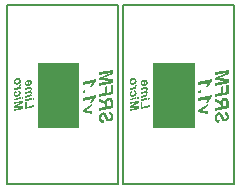
<source format=gbo>
G04 Layer_Color=32896*
%FSLAX44Y44*%
%MOMM*%
G71*
G01*
G75*
%ADD16C,0.2000*%
G36*
X19979Y82157D02*
X20168Y82117D01*
X20328Y82057D01*
X20468Y81987D01*
X20578Y81917D01*
X20648Y81857D01*
X20698Y81817D01*
X20717Y81797D01*
X20837Y81648D01*
X20927Y81478D01*
X20997Y81308D01*
X21037Y81138D01*
X21067Y80989D01*
X21077Y80929D01*
Y80869D01*
X21087Y80819D01*
Y80789D01*
Y80769D01*
Y80759D01*
X21077Y80549D01*
X21047Y80340D01*
X20997Y80150D01*
X20947Y79981D01*
X20887Y79831D01*
X20847Y79731D01*
X20827Y79681D01*
X20807Y79661D01*
X20797Y79641D01*
Y79631D01*
X20687Y79441D01*
X20568Y79272D01*
X20448Y79132D01*
X20338Y79012D01*
X20238Y78922D01*
X20158Y78853D01*
X20108Y78813D01*
X20099Y78803D01*
X20089D01*
X20258Y78763D01*
X20398Y78703D01*
X20528Y78623D01*
X20628Y78553D01*
X20707Y78483D01*
X20767Y78423D01*
X20807Y78393D01*
X20817Y78373D01*
X20907Y78234D01*
X20977Y78074D01*
X21017Y77914D01*
X21057Y77755D01*
X21077Y77615D01*
X21087Y77505D01*
Y77455D01*
Y77425D01*
Y77405D01*
Y77395D01*
X21077Y77225D01*
X21057Y77056D01*
X21007Y76896D01*
X20957Y76736D01*
X20827Y76447D01*
X20757Y76307D01*
X20677Y76187D01*
X20598Y76068D01*
X20528Y75968D01*
X20458Y75878D01*
X20398Y75798D01*
X20348Y75738D01*
X20308Y75698D01*
X20278Y75668D01*
X20268Y75658D01*
X20947Y75798D01*
Y74380D01*
X15387Y73223D01*
Y74720D01*
X17932Y75259D01*
X18052Y75289D01*
X18162Y75309D01*
X18262Y75329D01*
X18352Y75349D01*
X18501Y75389D01*
X18611Y75409D01*
X18691Y75429D01*
X18751Y75449D01*
X18781Y75459D01*
X18791D01*
X18941Y75518D01*
X19070Y75568D01*
X19180Y75628D01*
X19270Y75678D01*
X19350Y75728D01*
X19400Y75768D01*
X19440Y75788D01*
X19450Y75798D01*
X19540Y75878D01*
X19619Y75958D01*
X19689Y76028D01*
X19749Y76108D01*
X19799Y76167D01*
X19829Y76217D01*
X19849Y76247D01*
X19859Y76257D01*
X19909Y76357D01*
X19949Y76447D01*
X19969Y76537D01*
X19989Y76607D01*
X19999Y76677D01*
X20009Y76726D01*
Y76756D01*
Y76766D01*
X19999Y76856D01*
X19989Y76936D01*
X19959Y77006D01*
X19939Y77066D01*
X19909Y77116D01*
X19879Y77146D01*
X19869Y77166D01*
X19859Y77176D01*
X19799Y77225D01*
X19749Y77265D01*
X19679Y77285D01*
X19629Y77305D01*
X19579Y77315D01*
X19540Y77325D01*
X19420D01*
X19310Y77305D01*
X19190Y77285D01*
X19060Y77265D01*
X18941Y77245D01*
X18841Y77225D01*
X18801Y77215D01*
X18781D01*
X18761Y77206D01*
X18751D01*
X15387Y76507D01*
Y78004D01*
X17902Y78533D01*
X18102Y78573D01*
X18282Y78623D01*
X18441Y78663D01*
X18591Y78713D01*
X18731Y78763D01*
X18851Y78803D01*
X18961Y78853D01*
X19060Y78892D01*
X19140Y78932D01*
X19220Y78962D01*
X19280Y79002D01*
X19330Y79032D01*
X19360Y79052D01*
X19390Y79072D01*
X19410Y79082D01*
X19520Y79162D01*
X19609Y79252D01*
X19689Y79342D01*
X19759Y79422D01*
X19819Y79511D01*
X19859Y79591D01*
X19939Y79751D01*
X19979Y79891D01*
X19999Y79991D01*
X20009Y80030D01*
Y80060D01*
Y80080D01*
Y80090D01*
X19999Y80190D01*
X19989Y80270D01*
X19969Y80350D01*
X19939Y80410D01*
X19909Y80450D01*
X19889Y80480D01*
X19879Y80500D01*
X19869Y80510D01*
X19809Y80560D01*
X19749Y80590D01*
X19629Y80629D01*
X19579Y80639D01*
X19540Y80649D01*
X19480D01*
X19440Y80639D01*
X19350Y80619D01*
X19230Y80599D01*
X19110Y80580D01*
X18980Y80549D01*
X18881Y80530D01*
X18841Y80520D01*
X18811D01*
X18791Y80510D01*
X18781D01*
X15387Y79791D01*
Y81288D01*
X18771Y82017D01*
X19021Y82067D01*
X19230Y82107D01*
X19400Y82137D01*
X19540Y82157D01*
X19639Y82167D01*
X19709Y82177D01*
X19769D01*
X19979Y82157D01*
D02*
G37*
G36*
X10008Y79536D02*
X10158Y79506D01*
X10428Y79417D01*
X10657Y79307D01*
X10857Y79197D01*
X10937Y79137D01*
X11007Y79077D01*
X11067Y79027D01*
X11127Y78977D01*
X11166Y78947D01*
X11196Y78917D01*
X11206Y78898D01*
X11216Y78888D01*
X11306Y78778D01*
X11386Y78658D01*
X11456Y78528D01*
X11516Y78398D01*
X11606Y78139D01*
X11676Y77889D01*
X11695Y77769D01*
X11705Y77660D01*
X11716Y77570D01*
X11725Y77480D01*
X11736Y77420D01*
Y77360D01*
Y77330D01*
Y77320D01*
Y77151D01*
X11716Y76991D01*
X11666Y76681D01*
X11586Y76402D01*
X11546Y76272D01*
X11506Y76152D01*
X11456Y76043D01*
X11416Y75953D01*
X11376Y75863D01*
X11336Y75793D01*
X11306Y75743D01*
X11286Y75693D01*
X11276Y75673D01*
X11266Y75663D01*
X11077Y75394D01*
X10867Y75164D01*
X10657Y74974D01*
X10448Y74815D01*
X10268Y74685D01*
X10188Y74635D01*
X10118Y74595D01*
X10068Y74565D01*
X10029Y74545D01*
X9999Y74525D01*
X9989D01*
X9679Y74405D01*
X9380Y74316D01*
X9090Y74246D01*
X8831Y74206D01*
X8711Y74186D01*
X8601Y74176D01*
X8511Y74166D01*
X8431D01*
X8361Y74156D01*
X8272D01*
X8072Y74166D01*
X7882Y74186D01*
X7703Y74216D01*
X7533Y74256D01*
X7373Y74296D01*
X7233Y74356D01*
X7104Y74405D01*
X6984Y74465D01*
X6874Y74525D01*
X6784Y74575D01*
X6704Y74635D01*
X6644Y74675D01*
X6595Y74715D01*
X6555Y74745D01*
X6535Y74765D01*
X6525Y74775D01*
X6415Y74895D01*
X6315Y75024D01*
X6235Y75164D01*
X6165Y75304D01*
X6105Y75444D01*
X6046Y75583D01*
X5976Y75853D01*
X5946Y75973D01*
X5926Y76093D01*
X5916Y76192D01*
X5906Y76282D01*
X5896Y76362D01*
Y76412D01*
Y76452D01*
Y76462D01*
X5906Y76631D01*
X5916Y76801D01*
X5976Y77111D01*
X6056Y77380D01*
X6095Y77510D01*
X6145Y77620D01*
X6195Y77730D01*
X6235Y77819D01*
X6275Y77899D01*
X6315Y77969D01*
X6345Y78019D01*
X6375Y78059D01*
X6385Y78079D01*
X6395Y78089D01*
X6495Y78219D01*
X6605Y78338D01*
X6844Y78558D01*
X7094Y78738D01*
X7333Y78898D01*
X7443Y78957D01*
X7543Y79017D01*
X7643Y79057D01*
X7723Y79097D01*
X7793Y79127D01*
X7842Y79147D01*
X7872Y79167D01*
X7882D01*
X8122Y77710D01*
X7932Y77630D01*
X7772Y77550D01*
X7643Y77460D01*
X7533Y77370D01*
X7443Y77300D01*
X7383Y77241D01*
X7343Y77200D01*
X7333Y77181D01*
X7243Y77051D01*
X7184Y76931D01*
X7134Y76811D01*
X7104Y76701D01*
X7084Y76612D01*
X7074Y76542D01*
Y76502D01*
Y76482D01*
X7084Y76352D01*
X7114Y76232D01*
X7154Y76132D01*
X7204Y76053D01*
X7254Y75983D01*
X7293Y75923D01*
X7323Y75893D01*
X7333Y75883D01*
X7443Y75803D01*
X7563Y75743D01*
X7693Y75703D01*
X7822Y75673D01*
X7932Y75653D01*
X8022Y75643D01*
X8102D01*
X8321Y75653D01*
X8531Y75673D01*
X8741Y75703D01*
X8921Y75743D01*
X9080Y75783D01*
X9150Y75793D01*
X9210Y75813D01*
X9260Y75823D01*
X9290Y75833D01*
X9310Y75843D01*
X9320D01*
X9549Y75923D01*
X9749Y76013D01*
X9919Y76112D01*
X10049Y76202D01*
X10158Y76282D01*
X10238Y76352D01*
X10278Y76392D01*
X10298Y76412D01*
X10408Y76552D01*
X10488Y76701D01*
X10548Y76841D01*
X10588Y76961D01*
X10608Y77071D01*
X10627Y77161D01*
Y77210D01*
Y77231D01*
X10618Y77370D01*
X10588Y77490D01*
X10558Y77590D01*
X10518Y77680D01*
X10468Y77750D01*
X10438Y77800D01*
X10408Y77829D01*
X10398Y77839D01*
X10308Y77919D01*
X10198Y77979D01*
X10088Y78029D01*
X9969Y78069D01*
X9869Y78099D01*
X9789Y78119D01*
X9729Y78129D01*
X9709D01*
X9859Y79556D01*
X10008Y79536D01*
D02*
G37*
G36*
X13712Y72559D02*
X12354Y72279D01*
Y73777D01*
X13712Y74066D01*
Y72559D01*
D02*
G37*
G36*
X11596Y72120D02*
X6036Y70962D01*
Y72459D01*
X11596Y73617D01*
Y72120D01*
D02*
G37*
G36*
X23063Y71885D02*
X21706Y71606D01*
Y73103D01*
X23063Y73392D01*
Y71885D01*
D02*
G37*
G36*
X111712Y68536D02*
X106421Y66130D01*
X111712Y65891D01*
Y63635D01*
X104036Y62038D01*
Y63465D01*
X110444Y64673D01*
X104036Y64962D01*
Y66460D01*
X110404Y69305D01*
X104036Y67977D01*
Y69404D01*
X111712Y70802D01*
Y68536D01*
D02*
G37*
G36*
X114665Y65636D02*
X121063Y66974D01*
Y65387D01*
X113387Y63789D01*
Y69280D01*
X114665Y69549D01*
Y65636D01*
D02*
G37*
G36*
X18891Y88296D02*
X19080Y88276D01*
X19270Y88246D01*
X19440Y88216D01*
X19599Y88166D01*
X19739Y88116D01*
X19869Y88056D01*
X19989Y88006D01*
X20099Y87946D01*
X20188Y87886D01*
X20268Y87837D01*
X20328Y87797D01*
X20378Y87757D01*
X20418Y87727D01*
X20438Y87707D01*
X20448Y87697D01*
X20558Y87577D01*
X20657Y87457D01*
X20747Y87327D01*
X20817Y87188D01*
X20877Y87058D01*
X20927Y86918D01*
X21007Y86669D01*
X21037Y86549D01*
X21057Y86429D01*
X21067Y86339D01*
X21077Y86249D01*
X21087Y86180D01*
Y86130D01*
Y86090D01*
Y86080D01*
X21077Y85790D01*
X21037Y85511D01*
X20977Y85251D01*
X20897Y85022D01*
X20807Y84792D01*
X20707Y84592D01*
X20598Y84413D01*
X20488Y84243D01*
X20368Y84093D01*
X20258Y83973D01*
X20158Y83864D01*
X20069Y83774D01*
X19989Y83704D01*
X19929Y83654D01*
X19889Y83624D01*
X19879Y83614D01*
X19709Y83504D01*
X19530Y83405D01*
X19360Y83325D01*
X19180Y83255D01*
X19010Y83195D01*
X18841Y83135D01*
X18671Y83095D01*
X18521Y83065D01*
X18372Y83035D01*
X18242Y83015D01*
X18122Y83005D01*
X18022Y82995D01*
X17942Y82985D01*
X17833D01*
X17623Y82995D01*
X17413Y83015D01*
X17224Y83045D01*
X17044Y83095D01*
X16884Y83145D01*
X16725Y83205D01*
X16585Y83275D01*
X16455Y83335D01*
X16345Y83405D01*
X16245Y83464D01*
X16156Y83524D01*
X16086Y83574D01*
X16026Y83624D01*
X15986Y83654D01*
X15966Y83674D01*
X15956Y83684D01*
X15836Y83824D01*
X15726Y83963D01*
X15626Y84113D01*
X15547Y84263D01*
X15477Y84413D01*
X15417Y84572D01*
X15377Y84722D01*
X15337Y84862D01*
X15307Y84992D01*
X15287Y85121D01*
X15267Y85231D01*
X15257Y85321D01*
X15247Y85401D01*
Y85461D01*
Y85501D01*
Y85511D01*
X15267Y85810D01*
X15307Y86080D01*
X15377Y86329D01*
X15447Y86549D01*
X15487Y86639D01*
X15517Y86728D01*
X15557Y86798D01*
X15587Y86858D01*
X15606Y86908D01*
X15626Y86948D01*
X15647Y86968D01*
Y86978D01*
X15816Y87218D01*
X16016Y87417D01*
X16215Y87607D01*
X16415Y87757D01*
X16595Y87877D01*
X16675Y87926D01*
X16745Y87966D01*
X16794Y87996D01*
X16834Y88016D01*
X16864Y88036D01*
X16874D01*
X17104Y86689D01*
X16964Y86609D01*
X16844Y86519D01*
X16745Y86419D01*
X16655Y86319D01*
X16575Y86229D01*
X16515Y86130D01*
X16465Y86030D01*
X16425Y85940D01*
X16365Y85770D01*
X16345Y85700D01*
X16335Y85631D01*
Y85581D01*
X16325Y85541D01*
Y85521D01*
Y85511D01*
X16335Y85351D01*
X16375Y85201D01*
X16435Y85071D01*
X16495Y84962D01*
X16555Y84872D01*
X16615Y84802D01*
X16655Y84752D01*
X16665Y84742D01*
X16804Y84632D01*
X16944Y84562D01*
X17094Y84502D01*
X17244Y84463D01*
X17373Y84443D01*
X17473Y84433D01*
X17513Y84423D01*
X17603D01*
X17653Y84433D01*
X17703D01*
Y88196D01*
X17873Y88236D01*
X18032Y88256D01*
X18202Y88276D01*
X18352Y88296D01*
X18481D01*
X18591Y88306D01*
X18681D01*
X18891Y88296D01*
D02*
G37*
G36*
X11626Y84418D02*
X11666Y84288D01*
X11695Y84168D01*
X11716Y84068D01*
X11725Y83978D01*
X11736Y83919D01*
Y83869D01*
Y83859D01*
X11725Y83689D01*
X11686Y83519D01*
X11626Y83359D01*
X11546Y83210D01*
X11456Y83060D01*
X11356Y82910D01*
X11246Y82781D01*
X11136Y82661D01*
X11017Y82551D01*
X10907Y82451D01*
X10807Y82361D01*
X10717Y82291D01*
X10637Y82232D01*
X10577Y82192D01*
X10538Y82162D01*
X10528Y82152D01*
X11596Y82381D01*
Y80974D01*
X6036Y79816D01*
Y81313D01*
X7772Y81673D01*
X7962Y81713D01*
X8142Y81752D01*
X8312Y81792D01*
X8471Y81832D01*
X8611Y81872D01*
X8731Y81912D01*
X8851Y81942D01*
X8950Y81982D01*
X9040Y82012D01*
X9120Y82042D01*
X9180Y82062D01*
X9240Y82082D01*
X9280Y82102D01*
X9310Y82112D01*
X9320Y82122D01*
X9330D01*
X9509Y82212D01*
X9659Y82321D01*
X9799Y82421D01*
X9909Y82521D01*
X9999Y82611D01*
X10068Y82681D01*
X10108Y82731D01*
X10118Y82751D01*
X10218Y82900D01*
X10288Y83040D01*
X10348Y83180D01*
X10378Y83300D01*
X10398Y83399D01*
X10418Y83469D01*
Y83519D01*
Y83539D01*
X10408Y83709D01*
X10398Y83779D01*
X10378Y83849D01*
X10368Y83899D01*
X10348Y83939D01*
X10338Y83968D01*
Y83978D01*
X11566Y84557D01*
X11626Y84418D01*
D02*
G37*
G36*
X9430Y90048D02*
X9629Y90028D01*
X9819Y89998D01*
X9989Y89948D01*
X10148Y89898D01*
X10298Y89838D01*
X10438Y89778D01*
X10568Y89708D01*
X10677Y89648D01*
X10767Y89579D01*
X10857Y89519D01*
X10927Y89469D01*
X10977Y89419D01*
X11017Y89389D01*
X11037Y89369D01*
X11047Y89359D01*
X11166Y89229D01*
X11276Y89079D01*
X11366Y88930D01*
X11446Y88770D01*
X11516Y88610D01*
X11566Y88450D01*
X11616Y88291D01*
X11646Y88141D01*
X11676Y88001D01*
X11695Y87872D01*
X11716Y87752D01*
X11725Y87642D01*
X11736Y87562D01*
Y87492D01*
Y87452D01*
Y87442D01*
X11725Y87183D01*
X11695Y86933D01*
X11646Y86704D01*
X11596Y86484D01*
X11516Y86284D01*
X11446Y86095D01*
X11356Y85925D01*
X11276Y85765D01*
X11186Y85625D01*
X11097Y85506D01*
X11027Y85406D01*
X10957Y85316D01*
X10897Y85246D01*
X10847Y85196D01*
X10817Y85166D01*
X10807Y85156D01*
X10627Y85007D01*
X10438Y84867D01*
X10238Y84757D01*
X10038Y84657D01*
X9829Y84567D01*
X9619Y84497D01*
X9420Y84448D01*
X9230Y84398D01*
X9050Y84358D01*
X8881Y84338D01*
X8731Y84318D01*
X8601Y84298D01*
X8491D01*
X8411Y84288D01*
X8342D01*
X8092Y84298D01*
X7862Y84338D01*
X7653Y84378D01*
X7463Y84438D01*
X7313Y84487D01*
X7254Y84508D01*
X7194Y84537D01*
X7154Y84547D01*
X7124Y84567D01*
X7104Y84577D01*
X7094D01*
X6894Y84707D01*
X6714Y84847D01*
X6565Y84997D01*
X6435Y85146D01*
X6335Y85276D01*
X6265Y85386D01*
X6235Y85426D01*
X6225Y85456D01*
X6205Y85476D01*
Y85486D01*
X6105Y85725D01*
X6026Y85955D01*
X5976Y86194D01*
X5936Y86404D01*
X5916Y86594D01*
X5906Y86674D01*
Y86743D01*
X5896Y86793D01*
Y86843D01*
Y86863D01*
Y86873D01*
X5906Y87143D01*
X5936Y87392D01*
X5986Y87632D01*
X6046Y87851D01*
X6126Y88061D01*
X6205Y88251D01*
X6295Y88420D01*
X6385Y88580D01*
X6475Y88720D01*
X6565Y88840D01*
X6644Y88950D01*
X6724Y89029D01*
X6784Y89099D01*
X6834Y89149D01*
X6864Y89179D01*
X6874Y89189D01*
X7064Y89339D01*
X7263Y89479D01*
X7453Y89588D01*
X7663Y89688D01*
X7852Y89778D01*
X8052Y89848D01*
X8242Y89908D01*
X8421Y89948D01*
X8581Y89988D01*
X8741Y90008D01*
X8871Y90028D01*
X8990Y90048D01*
X9090D01*
X9160Y90058D01*
X9220D01*
X9430Y90048D01*
D02*
G37*
G36*
X20947Y71446D02*
X15387Y70288D01*
Y71785D01*
X20947Y72943D01*
Y71446D01*
D02*
G37*
G36*
X87034Y73391D02*
X87363Y73331D01*
X87663Y73256D01*
X87918Y73182D01*
X88128Y73092D01*
X88278Y73017D01*
X88337Y72987D01*
X88382Y72957D01*
X88397Y72942D01*
X88412D01*
X88667Y72762D01*
X88877Y72567D01*
X89042Y72372D01*
X89177Y72177D01*
X89282Y72013D01*
X89341Y71878D01*
X89387Y71788D01*
X89401Y71773D01*
Y71758D01*
X89491Y71458D01*
X89566Y71128D01*
X89611Y70784D01*
X89656Y70454D01*
X89671Y70154D01*
Y70034D01*
X89686Y69929D01*
Y69825D01*
Y69765D01*
Y69720D01*
Y69705D01*
Y64580D01*
X78162Y62182D01*
Y64550D01*
X82942Y65554D01*
Y66513D01*
X82928Y66812D01*
X82913Y67052D01*
X82868Y67262D01*
X82823Y67427D01*
X82778Y67547D01*
X82748Y67637D01*
X82718Y67682D01*
X82703Y67697D01*
X82628Y67801D01*
X82538Y67906D01*
X82313Y68086D01*
X82058Y68266D01*
X81819Y68416D01*
X81579Y68551D01*
X81474Y68596D01*
X81384Y68641D01*
X81309Y68686D01*
X81249Y68716D01*
X81219Y68731D01*
X81204D01*
X80829Y68896D01*
X80485Y69045D01*
X80155Y69180D01*
X79855Y69300D01*
X79586Y69405D01*
X79331Y69510D01*
X79106Y69600D01*
X78911Y69675D01*
X78731Y69735D01*
X78582Y69795D01*
X78447Y69840D01*
X78342Y69885D01*
X78267Y69914D01*
X78207Y69929D01*
X78177Y69945D01*
X78162D01*
Y72492D01*
X78611Y72312D01*
X79031Y72133D01*
X79421Y71968D01*
X79795Y71803D01*
X80140Y71638D01*
X80440Y71503D01*
X80725Y71368D01*
X80994Y71233D01*
X81219Y71128D01*
X81414Y71024D01*
X81579Y70934D01*
X81714Y70859D01*
X81833Y70799D01*
X81908Y70754D01*
X81953Y70739D01*
X81968Y70724D01*
X82208Y70574D01*
X82418Y70424D01*
X82613Y70274D01*
X82763Y70139D01*
X82882Y70019D01*
X82972Y69929D01*
X83032Y69870D01*
X83047Y69855D01*
X83107Y70184D01*
X83167Y70484D01*
X83242Y70769D01*
X83332Y71024D01*
X83422Y71263D01*
X83527Y71488D01*
X83632Y71683D01*
X83737Y71863D01*
X83827Y72013D01*
X83917Y72147D01*
X84007Y72267D01*
X84081Y72357D01*
X84141Y72432D01*
X84186Y72477D01*
X84216Y72507D01*
X84231Y72522D01*
X84411Y72672D01*
X84606Y72822D01*
X84816Y72927D01*
X85010Y73032D01*
X85220Y73122D01*
X85415Y73197D01*
X85805Y73301D01*
X85985Y73331D01*
X86150Y73361D01*
X86284Y73376D01*
X86419Y73391D01*
X86524Y73406D01*
X86659D01*
X87034Y73391D01*
D02*
G37*
G36*
X66236Y77445D02*
X64063Y77010D01*
Y79243D01*
X66236Y79678D01*
Y77445D01*
D02*
G37*
G36*
X75647Y74163D02*
X75333Y73848D01*
X75033Y73504D01*
X74748Y73159D01*
X74463Y72784D01*
X74209Y72410D01*
X73969Y72035D01*
X73744Y71660D01*
X73534Y71301D01*
X73340Y70971D01*
X73175Y70656D01*
X73025Y70372D01*
X72905Y70132D01*
X72815Y69937D01*
X72740Y69787D01*
X72710Y69727D01*
X72695Y69682D01*
X72680Y69667D01*
Y69652D01*
X70672Y69233D01*
X70732Y69502D01*
X70822Y69787D01*
X70912Y70072D01*
X70987Y70327D01*
X71077Y70536D01*
X71136Y70716D01*
X71167Y70776D01*
X71182Y70821D01*
X71196Y70851D01*
Y70866D01*
X71346Y71211D01*
X71481Y71511D01*
X71631Y71795D01*
X71751Y72035D01*
X71871Y72230D01*
X71961Y72380D01*
X71991Y72425D01*
X72021Y72470D01*
X72036Y72485D01*
Y72500D01*
X64063Y70836D01*
Y73099D01*
X75647Y75527D01*
Y74163D01*
D02*
G37*
G36*
X86689Y61597D02*
X86974Y61537D01*
X87228Y61462D01*
X87468Y61388D01*
X87693Y61283D01*
X87903Y61193D01*
X88098Y61073D01*
X88263Y60968D01*
X88427Y60863D01*
X88562Y60758D01*
X88667Y60653D01*
X88772Y60578D01*
X88847Y60503D01*
X88892Y60443D01*
X88922Y60413D01*
X88937Y60398D01*
X89102Y60174D01*
X89252Y59949D01*
X89387Y59694D01*
X89491Y59439D01*
X89581Y59185D01*
X89656Y58915D01*
X89776Y58405D01*
X89821Y58180D01*
X89851Y57956D01*
X89866Y57761D01*
X89881Y57581D01*
X89896Y57446D01*
Y57341D01*
Y57281D01*
Y57251D01*
X89881Y56892D01*
X89851Y56547D01*
X89806Y56232D01*
X89746Y55933D01*
X89671Y55663D01*
X89581Y55408D01*
X89506Y55183D01*
X89416Y54988D01*
X89312Y54809D01*
X89237Y54644D01*
X89147Y54509D01*
X89072Y54404D01*
X89012Y54314D01*
X88967Y54254D01*
X88937Y54224D01*
X88922Y54209D01*
X88742Y54029D01*
X88547Y53864D01*
X88337Y53730D01*
X88143Y53610D01*
X87933Y53505D01*
X87738Y53415D01*
X87543Y53340D01*
X87363Y53295D01*
X87184Y53250D01*
X87019Y53220D01*
X86869Y53190D01*
X86749Y53175D01*
X86644Y53160D01*
X86509D01*
X86209Y53175D01*
X85925Y53220D01*
X85670Y53265D01*
X85460Y53340D01*
X85280Y53400D01*
X85145Y53445D01*
X85070Y53490D01*
X85041Y53505D01*
X84816Y53655D01*
X84621Y53805D01*
X84456Y53969D01*
X84306Y54134D01*
X84186Y54269D01*
X84111Y54374D01*
X84051Y54449D01*
X84037Y54479D01*
X83961Y54599D01*
X83887Y54749D01*
X83722Y55048D01*
X83557Y55378D01*
X83407Y55693D01*
X83272Y55992D01*
X83212Y56112D01*
X83167Y56217D01*
X83122Y56322D01*
X83092Y56382D01*
X83062Y56427D01*
Y56442D01*
X82957Y56682D01*
X82853Y56907D01*
X82763Y57101D01*
X82688Y57266D01*
X82613Y57416D01*
X82538Y57551D01*
X82478Y57671D01*
X82418Y57776D01*
X82373Y57851D01*
X82328Y57926D01*
X82268Y58031D01*
X82238Y58076D01*
X82223Y58091D01*
X82088Y58240D01*
X81938Y58345D01*
X81789Y58420D01*
X81654Y58465D01*
X81534Y58510D01*
X81444Y58525D01*
X81354D01*
X81144Y58510D01*
X80949Y58450D01*
X80770Y58360D01*
X80620Y58270D01*
X80500Y58165D01*
X80410Y58091D01*
X80350Y58031D01*
X80335Y58001D01*
X80260Y57896D01*
X80200Y57776D01*
X80095Y57521D01*
X80035Y57236D01*
X79975Y56952D01*
X79945Y56712D01*
Y56592D01*
X79930Y56502D01*
Y56412D01*
Y56352D01*
Y56322D01*
Y56307D01*
Y56052D01*
X79960Y55828D01*
X79990Y55618D01*
X80020Y55423D01*
X80065Y55243D01*
X80125Y55093D01*
X80170Y54943D01*
X80230Y54824D01*
X80290Y54719D01*
X80335Y54629D01*
X80395Y54554D01*
X80440Y54494D01*
X80500Y54419D01*
X80530Y54389D01*
X80605Y54329D01*
X80710Y54284D01*
X80919Y54194D01*
X81159Y54134D01*
X81414Y54089D01*
X81639Y54059D01*
X81819Y54044D01*
X81894Y54029D01*
X81998D01*
X81878Y51767D01*
X81459D01*
X81069Y51811D01*
X80725Y51871D01*
X80425Y51946D01*
X80290Y51991D01*
X80170Y52036D01*
X80065Y52066D01*
X79990Y52096D01*
X79915Y52126D01*
X79870Y52156D01*
X79840Y52171D01*
X79825D01*
X79661Y52261D01*
X79511Y52366D01*
X79241Y52606D01*
X79001Y52860D01*
X78806Y53115D01*
X78657Y53340D01*
X78582Y53445D01*
X78537Y53535D01*
X78492Y53610D01*
X78477Y53670D01*
X78447Y53700D01*
Y53715D01*
X78282Y54134D01*
X78162Y54584D01*
X78072Y55019D01*
X78012Y55408D01*
X77997Y55603D01*
X77982Y55768D01*
X77967Y55918D01*
Y56038D01*
X77952Y56142D01*
Y56232D01*
Y56277D01*
Y56292D01*
X77967Y56682D01*
X77997Y57057D01*
X78057Y57401D01*
X78117Y57716D01*
X78207Y58016D01*
X78297Y58300D01*
X78387Y58555D01*
X78492Y58780D01*
X78597Y58975D01*
X78686Y59155D01*
X78776Y59304D01*
X78866Y59424D01*
X78926Y59529D01*
X78986Y59589D01*
X79016Y59634D01*
X79031Y59649D01*
X79241Y59859D01*
X79451Y60054D01*
X79675Y60219D01*
X79900Y60353D01*
X80110Y60473D01*
X80335Y60563D01*
X80545Y60653D01*
X80739Y60713D01*
X80934Y60758D01*
X81099Y60803D01*
X81249Y60833D01*
X81384Y60848D01*
X81489D01*
X81579Y60863D01*
X81639D01*
X81863Y60848D01*
X82088Y60833D01*
X82478Y60728D01*
X82838Y60608D01*
X83122Y60458D01*
X83257Y60368D01*
X83362Y60293D01*
X83452Y60234D01*
X83527Y60174D01*
X83602Y60114D01*
X83647Y60069D01*
X83662Y60054D01*
X83677Y60039D01*
X83782Y59919D01*
X83887Y59769D01*
X84007Y59604D01*
X84111Y59409D01*
X84351Y59005D01*
X84576Y58570D01*
X84681Y58360D01*
X84771Y58165D01*
X84861Y57986D01*
X84921Y57821D01*
X84981Y57701D01*
X85026Y57596D01*
X85056Y57536D01*
X85070Y57506D01*
X85175Y57266D01*
X85280Y57057D01*
X85370Y56862D01*
X85445Y56682D01*
X85535Y56532D01*
X85610Y56382D01*
X85670Y56262D01*
X85730Y56157D01*
X85790Y56068D01*
X85835Y55992D01*
X85910Y55873D01*
X85955Y55813D01*
X85970Y55798D01*
X86104Y55678D01*
X86239Y55588D01*
X86374Y55513D01*
X86509Y55468D01*
X86614Y55438D01*
X86719Y55423D01*
X86794D01*
X86989Y55438D01*
X87154Y55483D01*
X87303Y55558D01*
X87423Y55633D01*
X87528Y55708D01*
X87603Y55783D01*
X87648Y55828D01*
X87663Y55843D01*
X87783Y56023D01*
X87873Y56232D01*
X87933Y56472D01*
X87978Y56697D01*
X88008Y56907D01*
X88023Y57071D01*
Y57147D01*
Y57191D01*
Y57221D01*
Y57236D01*
X88008Y57596D01*
X87948Y57896D01*
X87888Y58151D01*
X87798Y58375D01*
X87723Y58540D01*
X87648Y58660D01*
X87588Y58720D01*
X87573Y58750D01*
X87393Y58930D01*
X87198Y59065D01*
X86989Y59170D01*
X86779Y59244D01*
X86599Y59289D01*
X86449Y59334D01*
X86389D01*
X86344Y59349D01*
X86314D01*
X86404Y61627D01*
X86689Y61597D01*
D02*
G37*
G36*
X72410Y65891D02*
X68889Y63808D01*
X68844Y63778D01*
X68784Y63748D01*
X68634Y63673D01*
X68469Y63583D01*
X68274Y63478D01*
X68094Y63388D01*
X67944Y63298D01*
X67899Y63268D01*
X67855Y63238D01*
X67825Y63223D01*
X67810D01*
X67660Y63133D01*
X67510Y63058D01*
X67390Y62998D01*
X67285Y62939D01*
X67105Y62834D01*
X66970Y62774D01*
X66895Y62714D01*
X66835Y62684D01*
X66806Y62669D01*
X66911Y62654D01*
X67030Y62639D01*
X67165Y62624D01*
X67315Y62609D01*
X67645Y62564D01*
X67975Y62504D01*
X68274Y62459D01*
X68409Y62444D01*
X68529Y62429D01*
X68634Y62414D01*
X68709Y62399D01*
X68754Y62384D01*
X68769D01*
X72410Y61800D01*
Y59582D01*
X64063Y61245D01*
Y63193D01*
X72410Y68334D01*
Y65891D01*
D02*
G37*
G36*
X13712Y68536D02*
X8421Y66130D01*
X13712Y65891D01*
Y63635D01*
X6036Y62038D01*
Y63465D01*
X12444Y64673D01*
X6036Y64962D01*
Y66460D01*
X12404Y69305D01*
X6036Y67977D01*
Y69404D01*
X13712Y70802D01*
Y68536D01*
D02*
G37*
G36*
X16665Y65636D02*
X23063Y66974D01*
Y65387D01*
X15387Y63789D01*
Y69280D01*
X16665Y69549D01*
Y65636D01*
D02*
G37*
G36*
X89686Y93353D02*
X81744Y89741D01*
X89686Y89381D01*
Y85995D01*
X78162Y83597D01*
Y85740D01*
X87783Y87553D01*
X78162Y87988D01*
Y90236D01*
X87723Y94507D01*
X78162Y92513D01*
Y94656D01*
X89686Y96755D01*
Y93353D01*
D02*
G37*
G36*
Y76134D02*
X78162Y73736D01*
Y76104D01*
X83077Y77123D01*
Y82698D01*
X84996Y83102D01*
Y77527D01*
X87768Y78112D01*
Y83792D01*
X89686Y84196D01*
Y76134D01*
D02*
G37*
G36*
X75647Y87576D02*
X75333Y87261D01*
X75033Y86916D01*
X74748Y86572D01*
X74463Y86197D01*
X74209Y85822D01*
X73969Y85448D01*
X73744Y85073D01*
X73534Y84713D01*
X73340Y84383D01*
X73175Y84069D01*
X73025Y83784D01*
X72905Y83544D01*
X72815Y83350D01*
X72740Y83200D01*
X72710Y83140D01*
X72695Y83095D01*
X72680Y83080D01*
Y83065D01*
X70672Y82645D01*
X70732Y82915D01*
X70822Y83200D01*
X70912Y83484D01*
X70987Y83739D01*
X71077Y83949D01*
X71136Y84129D01*
X71167Y84189D01*
X71182Y84234D01*
X71196Y84264D01*
Y84279D01*
X71346Y84623D01*
X71481Y84923D01*
X71631Y85208D01*
X71751Y85448D01*
X71871Y85642D01*
X71961Y85792D01*
X71991Y85837D01*
X72021Y85882D01*
X72036Y85897D01*
Y85912D01*
X64063Y84249D01*
Y86511D01*
X75647Y88939D01*
Y87576D01*
D02*
G37*
G36*
X118947Y71446D02*
X113387Y70288D01*
Y71785D01*
X118947Y72943D01*
Y71446D01*
D02*
G37*
G36*
X184689Y61597D02*
X184974Y61537D01*
X185228Y61462D01*
X185468Y61388D01*
X185693Y61283D01*
X185903Y61193D01*
X186098Y61073D01*
X186262Y60968D01*
X186427Y60863D01*
X186562Y60758D01*
X186667Y60653D01*
X186772Y60578D01*
X186847Y60503D01*
X186892Y60443D01*
X186922Y60413D01*
X186937Y60399D01*
X187102Y60174D01*
X187251Y59949D01*
X187386Y59694D01*
X187491Y59439D01*
X187581Y59185D01*
X187656Y58915D01*
X187776Y58405D01*
X187821Y58181D01*
X187851Y57956D01*
X187866Y57761D01*
X187881Y57581D01*
X187896Y57446D01*
Y57341D01*
Y57281D01*
Y57251D01*
X187881Y56892D01*
X187851Y56547D01*
X187806Y56232D01*
X187746Y55933D01*
X187671Y55663D01*
X187581Y55408D01*
X187506Y55183D01*
X187416Y54988D01*
X187311Y54809D01*
X187236Y54644D01*
X187147Y54509D01*
X187072Y54404D01*
X187012Y54314D01*
X186967Y54254D01*
X186937Y54224D01*
X186922Y54209D01*
X186742Y54029D01*
X186547Y53865D01*
X186337Y53730D01*
X186143Y53610D01*
X185933Y53505D01*
X185738Y53415D01*
X185543Y53340D01*
X185363Y53295D01*
X185183Y53250D01*
X185019Y53220D01*
X184869Y53190D01*
X184749Y53175D01*
X184644Y53160D01*
X184509D01*
X184209Y53175D01*
X183925Y53220D01*
X183670Y53265D01*
X183460Y53340D01*
X183280Y53400D01*
X183145Y53445D01*
X183070Y53490D01*
X183040Y53505D01*
X182816Y53655D01*
X182621Y53805D01*
X182456Y53969D01*
X182306Y54134D01*
X182186Y54269D01*
X182111Y54374D01*
X182051Y54449D01*
X182036Y54479D01*
X181961Y54599D01*
X181887Y54749D01*
X181722Y55048D01*
X181557Y55378D01*
X181407Y55693D01*
X181272Y55993D01*
X181212Y56112D01*
X181167Y56217D01*
X181122Y56322D01*
X181092Y56382D01*
X181062Y56427D01*
Y56442D01*
X180957Y56682D01*
X180852Y56907D01*
X180763Y57102D01*
X180688Y57266D01*
X180613Y57416D01*
X180538Y57551D01*
X180478Y57671D01*
X180418Y57776D01*
X180373Y57851D01*
X180328Y57926D01*
X180268Y58031D01*
X180238Y58076D01*
X180223Y58091D01*
X180088Y58240D01*
X179938Y58345D01*
X179788Y58420D01*
X179654Y58465D01*
X179534Y58510D01*
X179444Y58525D01*
X179354D01*
X179144Y58510D01*
X178949Y58450D01*
X178769Y58360D01*
X178619Y58271D01*
X178500Y58166D01*
X178410Y58091D01*
X178350Y58031D01*
X178335Y58001D01*
X178260Y57896D01*
X178200Y57776D01*
X178095Y57521D01*
X178035Y57236D01*
X177975Y56952D01*
X177945Y56712D01*
Y56592D01*
X177930Y56502D01*
Y56412D01*
Y56352D01*
Y56322D01*
Y56307D01*
Y56052D01*
X177960Y55828D01*
X177990Y55618D01*
X178020Y55423D01*
X178065Y55243D01*
X178125Y55093D01*
X178170Y54944D01*
X178230Y54824D01*
X178290Y54719D01*
X178335Y54629D01*
X178395Y54554D01*
X178440Y54494D01*
X178500Y54419D01*
X178530Y54389D01*
X178605Y54329D01*
X178709Y54284D01*
X178919Y54194D01*
X179159Y54134D01*
X179414Y54089D01*
X179639Y54059D01*
X179818Y54044D01*
X179893Y54029D01*
X179998D01*
X179878Y51767D01*
X179459D01*
X179069Y51811D01*
X178724Y51871D01*
X178425Y51946D01*
X178290Y51991D01*
X178170Y52036D01*
X178065Y52066D01*
X177990Y52096D01*
X177915Y52126D01*
X177870Y52156D01*
X177840Y52171D01*
X177825D01*
X177660Y52261D01*
X177511Y52366D01*
X177241Y52606D01*
X177001Y52860D01*
X176806Y53115D01*
X176656Y53340D01*
X176581Y53445D01*
X176537Y53535D01*
X176492Y53610D01*
X176476Y53670D01*
X176447Y53700D01*
Y53715D01*
X176282Y54134D01*
X176162Y54584D01*
X176072Y55019D01*
X176012Y55408D01*
X175997Y55603D01*
X175982Y55768D01*
X175967Y55918D01*
Y56038D01*
X175952Y56143D01*
Y56232D01*
Y56277D01*
Y56292D01*
X175967Y56682D01*
X175997Y57057D01*
X176057Y57401D01*
X176117Y57716D01*
X176207Y58016D01*
X176297Y58300D01*
X176387Y58555D01*
X176492Y58780D01*
X176596Y58975D01*
X176686Y59155D01*
X176776Y59304D01*
X176866Y59424D01*
X176926Y59529D01*
X176986Y59589D01*
X177016Y59634D01*
X177031Y59649D01*
X177241Y59859D01*
X177451Y60054D01*
X177675Y60219D01*
X177900Y60353D01*
X178110Y60473D01*
X178335Y60563D01*
X178545Y60653D01*
X178739Y60713D01*
X178934Y60758D01*
X179099Y60803D01*
X179249Y60833D01*
X179384Y60848D01*
X179489D01*
X179579Y60863D01*
X179639D01*
X179863Y60848D01*
X180088Y60833D01*
X180478Y60728D01*
X180837Y60608D01*
X181122Y60458D01*
X181257Y60368D01*
X181362Y60294D01*
X181452Y60234D01*
X181527Y60174D01*
X181602Y60114D01*
X181647Y60069D01*
X181662Y60054D01*
X181677Y60039D01*
X181782Y59919D01*
X181887Y59769D01*
X182006Y59604D01*
X182111Y59409D01*
X182351Y59005D01*
X182576Y58570D01*
X182681Y58360D01*
X182771Y58166D01*
X182861Y57986D01*
X182920Y57821D01*
X182980Y57701D01*
X183025Y57596D01*
X183055Y57536D01*
X183070Y57506D01*
X183175Y57266D01*
X183280Y57057D01*
X183370Y56862D01*
X183445Y56682D01*
X183535Y56532D01*
X183610Y56382D01*
X183670Y56262D01*
X183730Y56157D01*
X183790Y56068D01*
X183835Y55993D01*
X183910Y55873D01*
X183955Y55813D01*
X183969Y55798D01*
X184104Y55678D01*
X184239Y55588D01*
X184374Y55513D01*
X184509Y55468D01*
X184614Y55438D01*
X184719Y55423D01*
X184794D01*
X184989Y55438D01*
X185153Y55483D01*
X185303Y55558D01*
X185423Y55633D01*
X185528Y55708D01*
X185603Y55783D01*
X185648Y55828D01*
X185663Y55843D01*
X185783Y56023D01*
X185873Y56232D01*
X185933Y56472D01*
X185978Y56697D01*
X186008Y56907D01*
X186023Y57072D01*
Y57147D01*
Y57192D01*
Y57221D01*
Y57236D01*
X186008Y57596D01*
X185948Y57896D01*
X185888Y58151D01*
X185798Y58375D01*
X185723Y58540D01*
X185648Y58660D01*
X185588Y58720D01*
X185573Y58750D01*
X185393Y58930D01*
X185198Y59065D01*
X184989Y59170D01*
X184779Y59245D01*
X184599Y59289D01*
X184449Y59335D01*
X184389D01*
X184344Y59349D01*
X184314D01*
X184404Y61627D01*
X184689Y61597D01*
D02*
G37*
G36*
X170410Y65891D02*
X166889Y63808D01*
X166843Y63778D01*
X166784Y63748D01*
X166634Y63673D01*
X166469Y63583D01*
X166274Y63478D01*
X166094Y63388D01*
X165944Y63298D01*
X165899Y63268D01*
X165854Y63238D01*
X165825Y63223D01*
X165809D01*
X165660Y63133D01*
X165510Y63059D01*
X165390Y62999D01*
X165285Y62939D01*
X165105Y62834D01*
X164970Y62774D01*
X164895Y62714D01*
X164835Y62684D01*
X164805Y62669D01*
X164910Y62654D01*
X165030Y62639D01*
X165165Y62624D01*
X165315Y62609D01*
X165645Y62564D01*
X165974Y62504D01*
X166274Y62459D01*
X166409Y62444D01*
X166529Y62429D01*
X166634Y62414D01*
X166709Y62399D01*
X166754Y62384D01*
X166769D01*
X170410Y61800D01*
Y59582D01*
X162063Y61245D01*
Y63193D01*
X170410Y68334D01*
Y65891D01*
D02*
G37*
G36*
X116891Y88296D02*
X117080Y88276D01*
X117270Y88246D01*
X117440Y88216D01*
X117599Y88166D01*
X117739Y88116D01*
X117869Y88056D01*
X117989Y88006D01*
X118098Y87946D01*
X118188Y87886D01*
X118268Y87837D01*
X118328Y87797D01*
X118378Y87757D01*
X118418Y87727D01*
X118438Y87707D01*
X118448Y87697D01*
X118558Y87577D01*
X118658Y87457D01*
X118747Y87327D01*
X118817Y87188D01*
X118877Y87058D01*
X118927Y86918D01*
X119007Y86669D01*
X119037Y86549D01*
X119057Y86429D01*
X119067Y86339D01*
X119077Y86249D01*
X119087Y86180D01*
Y86130D01*
Y86090D01*
Y86080D01*
X119077Y85790D01*
X119037Y85511D01*
X118977Y85251D01*
X118897Y85021D01*
X118807Y84792D01*
X118707Y84592D01*
X118598Y84413D01*
X118488Y84243D01*
X118368Y84093D01*
X118258Y83973D01*
X118158Y83864D01*
X118069Y83774D01*
X117989Y83704D01*
X117929Y83654D01*
X117889Y83624D01*
X117879Y83614D01*
X117709Y83504D01*
X117529Y83404D01*
X117360Y83325D01*
X117180Y83255D01*
X117010Y83195D01*
X116841Y83135D01*
X116671Y83095D01*
X116521Y83065D01*
X116372Y83035D01*
X116242Y83015D01*
X116122Y83005D01*
X116022Y82995D01*
X115942Y82985D01*
X115833D01*
X115623Y82995D01*
X115413Y83015D01*
X115224Y83045D01*
X115044Y83095D01*
X114884Y83145D01*
X114725Y83205D01*
X114585Y83275D01*
X114455Y83335D01*
X114345Y83404D01*
X114245Y83464D01*
X114156Y83524D01*
X114086Y83574D01*
X114026Y83624D01*
X113986Y83654D01*
X113966Y83674D01*
X113956Y83684D01*
X113836Y83824D01*
X113726Y83963D01*
X113626Y84113D01*
X113547Y84263D01*
X113477Y84413D01*
X113417Y84572D01*
X113377Y84722D01*
X113337Y84862D01*
X113307Y84992D01*
X113287Y85121D01*
X113267Y85231D01*
X113257Y85321D01*
X113247Y85401D01*
Y85461D01*
Y85501D01*
Y85511D01*
X113267Y85810D01*
X113307Y86080D01*
X113377Y86329D01*
X113447Y86549D01*
X113487Y86639D01*
X113517Y86728D01*
X113557Y86798D01*
X113587Y86858D01*
X113607Y86908D01*
X113626Y86948D01*
X113646Y86968D01*
Y86978D01*
X113816Y87218D01*
X114016Y87417D01*
X114215Y87607D01*
X114415Y87757D01*
X114595Y87877D01*
X114675Y87926D01*
X114745Y87966D01*
X114794Y87996D01*
X114834Y88016D01*
X114864Y88036D01*
X114874D01*
X115104Y86689D01*
X114964Y86609D01*
X114844Y86519D01*
X114745Y86419D01*
X114655Y86319D01*
X114575Y86229D01*
X114515Y86130D01*
X114465Y86030D01*
X114425Y85940D01*
X114365Y85770D01*
X114345Y85700D01*
X114335Y85631D01*
Y85581D01*
X114325Y85541D01*
Y85521D01*
Y85511D01*
X114335Y85351D01*
X114375Y85201D01*
X114435Y85071D01*
X114495Y84962D01*
X114555Y84872D01*
X114615Y84802D01*
X114655Y84752D01*
X114665Y84742D01*
X114804Y84632D01*
X114944Y84562D01*
X115094Y84502D01*
X115244Y84462D01*
X115373Y84443D01*
X115473Y84433D01*
X115513Y84423D01*
X115603D01*
X115653Y84433D01*
X115703D01*
Y88196D01*
X115872Y88236D01*
X116032Y88256D01*
X116202Y88276D01*
X116352Y88296D01*
X116481D01*
X116591Y88306D01*
X116681D01*
X116891Y88296D01*
D02*
G37*
G36*
X187686Y93353D02*
X179743Y89741D01*
X187686Y89381D01*
Y85995D01*
X176162Y83597D01*
Y85740D01*
X185783Y87553D01*
X176162Y87988D01*
Y90236D01*
X185723Y94507D01*
X176162Y92514D01*
Y94656D01*
X187686Y96755D01*
Y93353D01*
D02*
G37*
G36*
X173647Y87576D02*
X173333Y87261D01*
X173033Y86916D01*
X172748Y86572D01*
X172463Y86197D01*
X172208Y85822D01*
X171969Y85448D01*
X171744Y85073D01*
X171534Y84713D01*
X171339Y84384D01*
X171175Y84069D01*
X171025Y83784D01*
X170905Y83544D01*
X170815Y83350D01*
X170740Y83200D01*
X170710Y83140D01*
X170695Y83095D01*
X170680Y83080D01*
Y83065D01*
X168672Y82645D01*
X168732Y82915D01*
X168822Y83200D01*
X168912Y83484D01*
X168986Y83739D01*
X169076Y83949D01*
X169136Y84129D01*
X169166Y84189D01*
X169181Y84234D01*
X169196Y84264D01*
Y84279D01*
X169346Y84623D01*
X169481Y84923D01*
X169631Y85208D01*
X169751Y85448D01*
X169871Y85642D01*
X169961Y85792D01*
X169991Y85837D01*
X170021Y85882D01*
X170036Y85897D01*
Y85912D01*
X162063Y84249D01*
Y86512D01*
X173647Y88939D01*
Y87576D01*
D02*
G37*
G36*
X164236Y77445D02*
X162063Y77010D01*
Y79243D01*
X164236Y79678D01*
Y77445D01*
D02*
G37*
G36*
X187686Y76134D02*
X176162Y73736D01*
Y76104D01*
X181077Y77123D01*
Y82698D01*
X182995Y83102D01*
Y77527D01*
X185768Y78112D01*
Y83792D01*
X187686Y84196D01*
Y76134D01*
D02*
G37*
G36*
X173647Y74163D02*
X173333Y73848D01*
X173033Y73504D01*
X172748Y73159D01*
X172463Y72784D01*
X172208Y72410D01*
X171969Y72035D01*
X171744Y71660D01*
X171534Y71301D01*
X171339Y70971D01*
X171175Y70656D01*
X171025Y70372D01*
X170905Y70132D01*
X170815Y69937D01*
X170740Y69787D01*
X170710Y69727D01*
X170695Y69682D01*
X170680Y69667D01*
Y69652D01*
X168672Y69233D01*
X168732Y69503D01*
X168822Y69787D01*
X168912Y70072D01*
X168986Y70327D01*
X169076Y70536D01*
X169136Y70716D01*
X169166Y70776D01*
X169181Y70821D01*
X169196Y70851D01*
Y70866D01*
X169346Y71211D01*
X169481Y71511D01*
X169631Y71795D01*
X169751Y72035D01*
X169871Y72230D01*
X169961Y72380D01*
X169991Y72425D01*
X170021Y72470D01*
X170036Y72485D01*
Y72500D01*
X162063Y70836D01*
Y73099D01*
X173647Y75527D01*
Y74163D01*
D02*
G37*
G36*
X185033Y73391D02*
X185363Y73331D01*
X185663Y73257D01*
X185918Y73182D01*
X186127Y73092D01*
X186277Y73017D01*
X186337Y72987D01*
X186382Y72957D01*
X186397Y72942D01*
X186412D01*
X186667Y72762D01*
X186877Y72567D01*
X187042Y72372D01*
X187176Y72178D01*
X187281Y72013D01*
X187341Y71878D01*
X187386Y71788D01*
X187401Y71773D01*
Y71758D01*
X187491Y71458D01*
X187566Y71129D01*
X187611Y70784D01*
X187656Y70454D01*
X187671Y70154D01*
Y70034D01*
X187686Y69930D01*
Y69825D01*
Y69765D01*
Y69720D01*
Y69705D01*
Y64580D01*
X176162Y62182D01*
Y64550D01*
X180942Y65554D01*
Y66513D01*
X180927Y66813D01*
X180912Y67052D01*
X180867Y67262D01*
X180823Y67427D01*
X180777Y67547D01*
X180748Y67637D01*
X180718Y67682D01*
X180703Y67697D01*
X180628Y67802D01*
X180538Y67906D01*
X180313Y68086D01*
X180058Y68266D01*
X179818Y68416D01*
X179579Y68551D01*
X179474Y68596D01*
X179384Y68641D01*
X179309Y68686D01*
X179249Y68716D01*
X179219Y68731D01*
X179204D01*
X178829Y68896D01*
X178485Y69045D01*
X178155Y69180D01*
X177855Y69300D01*
X177586Y69405D01*
X177331Y69510D01*
X177106Y69600D01*
X176911Y69675D01*
X176731Y69735D01*
X176581Y69795D01*
X176447Y69840D01*
X176342Y69885D01*
X176267Y69915D01*
X176207Y69930D01*
X176177Y69945D01*
X176162D01*
Y72492D01*
X176611Y72312D01*
X177031Y72133D01*
X177421Y71968D01*
X177795Y71803D01*
X178140Y71638D01*
X178440Y71503D01*
X178724Y71368D01*
X178994Y71233D01*
X179219Y71129D01*
X179414Y71024D01*
X179579Y70934D01*
X179713Y70859D01*
X179833Y70799D01*
X179908Y70754D01*
X179953Y70739D01*
X179968Y70724D01*
X180208Y70574D01*
X180418Y70424D01*
X180613Y70274D01*
X180763Y70139D01*
X180882Y70019D01*
X180972Y69930D01*
X181032Y69870D01*
X181047Y69855D01*
X181107Y70184D01*
X181167Y70484D01*
X181242Y70769D01*
X181332Y71024D01*
X181422Y71263D01*
X181527Y71488D01*
X181632Y71683D01*
X181737Y71863D01*
X181826Y72013D01*
X181917Y72147D01*
X182006Y72267D01*
X182081Y72357D01*
X182141Y72432D01*
X182186Y72477D01*
X182216Y72507D01*
X182231Y72522D01*
X182411Y72672D01*
X182606Y72822D01*
X182816Y72927D01*
X183010Y73032D01*
X183220Y73122D01*
X183415Y73197D01*
X183805Y73301D01*
X183985Y73331D01*
X184149Y73361D01*
X184284Y73376D01*
X184419Y73391D01*
X184524Y73406D01*
X184659D01*
X185033Y73391D01*
D02*
G37*
G36*
X61000Y47751D02*
X26000D01*
Y102751D01*
X61000D01*
Y47751D01*
D02*
G37*
G36*
X111712Y72559D02*
X110354Y72279D01*
Y73777D01*
X111712Y74066D01*
Y72559D01*
D02*
G37*
G36*
X159000Y47751D02*
X124000D01*
Y102751D01*
X159000Y102751D01*
Y47751D01*
D02*
G37*
G36*
X109596Y72120D02*
X104036Y70962D01*
Y72459D01*
X109596Y73617D01*
Y72120D01*
D02*
G37*
G36*
X121063Y71885D02*
X119706Y71606D01*
Y73103D01*
X121063Y73392D01*
Y71885D01*
D02*
G37*
G36*
X109626Y84418D02*
X109665Y84288D01*
X109696Y84168D01*
X109715Y84068D01*
X109725Y83978D01*
X109735Y83919D01*
Y83869D01*
Y83859D01*
X109725Y83689D01*
X109685Y83519D01*
X109626Y83359D01*
X109546Y83210D01*
X109456Y83060D01*
X109356Y82910D01*
X109246Y82781D01*
X109136Y82661D01*
X109017Y82551D01*
X108907Y82451D01*
X108807Y82361D01*
X108717Y82291D01*
X108637Y82232D01*
X108577Y82192D01*
X108538Y82162D01*
X108528Y82152D01*
X109596Y82381D01*
Y80974D01*
X104036Y79816D01*
Y81313D01*
X105772Y81672D01*
X105962Y81713D01*
X106142Y81752D01*
X106312Y81792D01*
X106471Y81832D01*
X106611Y81872D01*
X106731Y81912D01*
X106851Y81942D01*
X106950Y81982D01*
X107040Y82012D01*
X107120Y82042D01*
X107180Y82062D01*
X107240Y82082D01*
X107280Y82102D01*
X107310Y82112D01*
X107320Y82122D01*
X107330D01*
X107509Y82212D01*
X107659Y82321D01*
X107799Y82421D01*
X107909Y82521D01*
X107999Y82611D01*
X108068Y82681D01*
X108108Y82731D01*
X108118Y82751D01*
X108218Y82900D01*
X108288Y83040D01*
X108348Y83180D01*
X108378Y83300D01*
X108398Y83399D01*
X108418Y83469D01*
Y83519D01*
Y83539D01*
X108408Y83709D01*
X108398Y83779D01*
X108378Y83849D01*
X108368Y83899D01*
X108348Y83939D01*
X108338Y83968D01*
Y83978D01*
X109566Y84557D01*
X109626Y84418D01*
D02*
G37*
G36*
X107430Y90048D02*
X107629Y90028D01*
X107819Y89998D01*
X107989Y89948D01*
X108148Y89898D01*
X108298Y89838D01*
X108438Y89778D01*
X108567Y89708D01*
X108677Y89648D01*
X108767Y89578D01*
X108857Y89518D01*
X108927Y89469D01*
X108977Y89419D01*
X109017Y89389D01*
X109037Y89369D01*
X109047Y89359D01*
X109166Y89229D01*
X109276Y89079D01*
X109366Y88930D01*
X109446Y88770D01*
X109516Y88610D01*
X109566Y88450D01*
X109616Y88291D01*
X109646Y88141D01*
X109676Y88001D01*
X109696Y87872D01*
X109715Y87752D01*
X109725Y87642D01*
X109735Y87562D01*
Y87492D01*
Y87452D01*
Y87442D01*
X109725Y87183D01*
X109696Y86933D01*
X109646Y86704D01*
X109596Y86484D01*
X109516Y86284D01*
X109446Y86095D01*
X109356Y85925D01*
X109276Y85765D01*
X109186Y85625D01*
X109097Y85506D01*
X109027Y85406D01*
X108957Y85316D01*
X108897Y85246D01*
X108847Y85196D01*
X108817Y85166D01*
X108807Y85156D01*
X108627Y85007D01*
X108438Y84867D01*
X108238Y84757D01*
X108038Y84657D01*
X107829Y84567D01*
X107619Y84497D01*
X107420Y84448D01*
X107230Y84398D01*
X107050Y84358D01*
X106881Y84338D01*
X106731Y84318D01*
X106601Y84298D01*
X106491D01*
X106411Y84288D01*
X106341D01*
X106092Y84298D01*
X105862Y84338D01*
X105653Y84378D01*
X105463Y84438D01*
X105313Y84487D01*
X105253Y84508D01*
X105194Y84537D01*
X105154Y84547D01*
X105124Y84567D01*
X105104Y84577D01*
X105094D01*
X104894Y84707D01*
X104714Y84847D01*
X104565Y84997D01*
X104435Y85146D01*
X104335Y85276D01*
X104265Y85386D01*
X104235Y85426D01*
X104225Y85456D01*
X104205Y85476D01*
Y85486D01*
X104106Y85725D01*
X104026Y85955D01*
X103976Y86194D01*
X103936Y86404D01*
X103916Y86594D01*
X103906Y86674D01*
Y86743D01*
X103896Y86793D01*
Y86843D01*
Y86863D01*
Y86873D01*
X103906Y87143D01*
X103936Y87392D01*
X103986Y87632D01*
X104046Y87851D01*
X104125Y88061D01*
X104205Y88251D01*
X104295Y88420D01*
X104385Y88580D01*
X104475Y88720D01*
X104565Y88840D01*
X104644Y88950D01*
X104724Y89029D01*
X104784Y89099D01*
X104834Y89149D01*
X104864Y89179D01*
X104874Y89189D01*
X105064Y89339D01*
X105263Y89479D01*
X105453Y89588D01*
X105663Y89688D01*
X105852Y89778D01*
X106052Y89848D01*
X106242Y89908D01*
X106421Y89948D01*
X106581Y89988D01*
X106741Y90008D01*
X106870Y90028D01*
X106990Y90048D01*
X107090D01*
X107160Y90058D01*
X107220D01*
X107430Y90048D01*
D02*
G37*
G36*
X117979Y82157D02*
X118168Y82117D01*
X118328Y82057D01*
X118468Y81987D01*
X118578Y81917D01*
X118647Y81857D01*
X118697Y81817D01*
X118717Y81797D01*
X118837Y81648D01*
X118927Y81478D01*
X118997Y81308D01*
X119037Y81138D01*
X119067Y80989D01*
X119077Y80929D01*
Y80869D01*
X119087Y80819D01*
Y80789D01*
Y80769D01*
Y80759D01*
X119077Y80549D01*
X119047Y80340D01*
X118997Y80150D01*
X118947Y79981D01*
X118887Y79831D01*
X118847Y79731D01*
X118827Y79681D01*
X118807Y79661D01*
X118797Y79641D01*
Y79631D01*
X118687Y79441D01*
X118568Y79272D01*
X118448Y79132D01*
X118338Y79012D01*
X118238Y78922D01*
X118158Y78853D01*
X118109Y78813D01*
X118098Y78803D01*
X118089D01*
X118258Y78763D01*
X118398Y78703D01*
X118528Y78623D01*
X118628Y78553D01*
X118707Y78483D01*
X118767Y78423D01*
X118807Y78393D01*
X118817Y78373D01*
X118907Y78234D01*
X118977Y78074D01*
X119017Y77914D01*
X119057Y77755D01*
X119077Y77615D01*
X119087Y77505D01*
Y77455D01*
Y77425D01*
Y77405D01*
Y77395D01*
X119077Y77225D01*
X119057Y77056D01*
X119007Y76896D01*
X118957Y76736D01*
X118827Y76447D01*
X118757Y76307D01*
X118678Y76187D01*
X118598Y76068D01*
X118528Y75968D01*
X118458Y75878D01*
X118398Y75798D01*
X118348Y75738D01*
X118308Y75698D01*
X118278Y75668D01*
X118268Y75658D01*
X118947Y75798D01*
Y74380D01*
X113387Y73223D01*
Y74720D01*
X115932Y75259D01*
X116052Y75289D01*
X116162Y75309D01*
X116262Y75329D01*
X116352Y75349D01*
X116501Y75389D01*
X116611Y75409D01*
X116691Y75429D01*
X116751Y75449D01*
X116781Y75459D01*
X116791D01*
X116941Y75518D01*
X117070Y75568D01*
X117180Y75628D01*
X117270Y75678D01*
X117350Y75728D01*
X117400Y75768D01*
X117440Y75788D01*
X117450Y75798D01*
X117540Y75878D01*
X117619Y75958D01*
X117689Y76028D01*
X117749Y76107D01*
X117799Y76167D01*
X117829Y76217D01*
X117849Y76247D01*
X117859Y76257D01*
X117909Y76357D01*
X117949Y76447D01*
X117969Y76537D01*
X117989Y76607D01*
X117999Y76676D01*
X118009Y76726D01*
Y76756D01*
Y76766D01*
X117999Y76856D01*
X117989Y76936D01*
X117959Y77006D01*
X117939Y77066D01*
X117909Y77116D01*
X117879Y77146D01*
X117869Y77166D01*
X117859Y77175D01*
X117799Y77225D01*
X117749Y77265D01*
X117679Y77285D01*
X117629Y77305D01*
X117579Y77315D01*
X117540Y77325D01*
X117420D01*
X117310Y77305D01*
X117190Y77285D01*
X117060Y77265D01*
X116941Y77245D01*
X116841Y77225D01*
X116801Y77215D01*
X116781D01*
X116761Y77206D01*
X116751D01*
X113387Y76507D01*
Y78004D01*
X115902Y78533D01*
X116102Y78573D01*
X116282Y78623D01*
X116441Y78663D01*
X116591Y78713D01*
X116731Y78763D01*
X116851Y78803D01*
X116960Y78853D01*
X117060Y78892D01*
X117140Y78932D01*
X117220Y78962D01*
X117280Y79002D01*
X117330Y79032D01*
X117360Y79052D01*
X117390Y79072D01*
X117410Y79082D01*
X117520Y79162D01*
X117609Y79252D01*
X117689Y79342D01*
X117759Y79422D01*
X117819Y79511D01*
X117859Y79591D01*
X117939Y79751D01*
X117979Y79891D01*
X117999Y79991D01*
X118009Y80030D01*
Y80060D01*
Y80080D01*
Y80090D01*
X117999Y80190D01*
X117989Y80270D01*
X117969Y80350D01*
X117939Y80410D01*
X117909Y80450D01*
X117889Y80480D01*
X117879Y80500D01*
X117869Y80510D01*
X117809Y80560D01*
X117749Y80590D01*
X117629Y80629D01*
X117579Y80639D01*
X117540Y80649D01*
X117480D01*
X117440Y80639D01*
X117350Y80619D01*
X117230Y80599D01*
X117110Y80580D01*
X116980Y80549D01*
X116881Y80530D01*
X116841Y80520D01*
X116811D01*
X116791Y80510D01*
X116781D01*
X113387Y79791D01*
Y81288D01*
X116771Y82017D01*
X117020Y82067D01*
X117230Y82107D01*
X117400Y82137D01*
X117540Y82157D01*
X117639Y82167D01*
X117709Y82177D01*
X117769D01*
X117979Y82157D01*
D02*
G37*
G36*
X108008Y79536D02*
X108158Y79506D01*
X108428Y79417D01*
X108657Y79307D01*
X108857Y79197D01*
X108937Y79137D01*
X109007Y79077D01*
X109067Y79027D01*
X109127Y78977D01*
X109166Y78947D01*
X109196Y78917D01*
X109206Y78898D01*
X109216Y78888D01*
X109306Y78778D01*
X109386Y78658D01*
X109456Y78528D01*
X109516Y78398D01*
X109606Y78139D01*
X109676Y77889D01*
X109696Y77769D01*
X109705Y77660D01*
X109715Y77570D01*
X109725Y77480D01*
X109735Y77420D01*
Y77360D01*
Y77330D01*
Y77320D01*
Y77151D01*
X109715Y76991D01*
X109665Y76681D01*
X109586Y76402D01*
X109546Y76272D01*
X109506Y76152D01*
X109456Y76043D01*
X109416Y75953D01*
X109376Y75863D01*
X109336Y75793D01*
X109306Y75743D01*
X109286Y75693D01*
X109276Y75673D01*
X109266Y75663D01*
X109077Y75394D01*
X108867Y75164D01*
X108657Y74974D01*
X108448Y74815D01*
X108268Y74685D01*
X108188Y74635D01*
X108118Y74595D01*
X108068Y74565D01*
X108028Y74545D01*
X107999Y74525D01*
X107989D01*
X107679Y74405D01*
X107380Y74316D01*
X107090Y74246D01*
X106831Y74206D01*
X106711Y74186D01*
X106601Y74176D01*
X106511Y74166D01*
X106431D01*
X106361Y74156D01*
X106272D01*
X106072Y74166D01*
X105882Y74186D01*
X105703Y74216D01*
X105533Y74256D01*
X105373Y74296D01*
X105233Y74356D01*
X105104Y74405D01*
X104984Y74465D01*
X104874Y74525D01*
X104784Y74575D01*
X104704Y74635D01*
X104644Y74675D01*
X104595Y74715D01*
X104555Y74745D01*
X104535Y74765D01*
X104525Y74775D01*
X104415Y74895D01*
X104315Y75024D01*
X104235Y75164D01*
X104165Y75304D01*
X104106Y75444D01*
X104046Y75583D01*
X103976Y75853D01*
X103946Y75973D01*
X103926Y76093D01*
X103916Y76192D01*
X103906Y76282D01*
X103896Y76362D01*
Y76412D01*
Y76452D01*
Y76462D01*
X103906Y76631D01*
X103916Y76801D01*
X103976Y77111D01*
X104056Y77380D01*
X104095Y77510D01*
X104145Y77620D01*
X104195Y77730D01*
X104235Y77819D01*
X104275Y77899D01*
X104315Y77969D01*
X104345Y78019D01*
X104375Y78059D01*
X104385Y78079D01*
X104395Y78089D01*
X104495Y78219D01*
X104605Y78338D01*
X104844Y78558D01*
X105094Y78738D01*
X105333Y78898D01*
X105443Y78957D01*
X105543Y79017D01*
X105643Y79057D01*
X105723Y79097D01*
X105792Y79127D01*
X105842Y79147D01*
X105872Y79167D01*
X105882D01*
X106122Y77710D01*
X105932Y77630D01*
X105772Y77550D01*
X105643Y77460D01*
X105533Y77370D01*
X105443Y77300D01*
X105383Y77240D01*
X105343Y77200D01*
X105333Y77181D01*
X105243Y77051D01*
X105183Y76931D01*
X105134Y76811D01*
X105104Y76701D01*
X105084Y76612D01*
X105074Y76542D01*
Y76502D01*
Y76482D01*
X105084Y76352D01*
X105114Y76232D01*
X105154Y76132D01*
X105204Y76053D01*
X105253Y75983D01*
X105293Y75923D01*
X105323Y75893D01*
X105333Y75883D01*
X105443Y75803D01*
X105563Y75743D01*
X105693Y75703D01*
X105822Y75673D01*
X105932Y75653D01*
X106022Y75643D01*
X106102D01*
X106321Y75653D01*
X106531Y75673D01*
X106741Y75703D01*
X106920Y75743D01*
X107080Y75783D01*
X107150Y75793D01*
X107210Y75813D01*
X107260Y75823D01*
X107290Y75833D01*
X107310Y75843D01*
X107320D01*
X107549Y75923D01*
X107749Y76013D01*
X107919Y76112D01*
X108048Y76202D01*
X108158Y76282D01*
X108238Y76352D01*
X108278Y76392D01*
X108298Y76412D01*
X108408Y76552D01*
X108488Y76701D01*
X108547Y76841D01*
X108588Y76961D01*
X108607Y77071D01*
X108627Y77161D01*
Y77210D01*
Y77231D01*
X108617Y77370D01*
X108588Y77490D01*
X108558Y77590D01*
X108518Y77680D01*
X108468Y77750D01*
X108438Y77799D01*
X108408Y77829D01*
X108398Y77839D01*
X108308Y77919D01*
X108198Y77979D01*
X108088Y78029D01*
X107969Y78069D01*
X107869Y78099D01*
X107789Y78119D01*
X107729Y78129D01*
X107709D01*
X107859Y79556D01*
X108008Y79536D01*
D02*
G37*
%LPC*%
G36*
X18871Y86938D02*
X18621D01*
Y84582D01*
X18861Y84642D01*
X19070Y84712D01*
X19250Y84802D01*
X19390Y84882D01*
X19500Y84962D01*
X19589Y85022D01*
X19629Y85062D01*
X19649Y85082D01*
X19769Y85221D01*
X19859Y85371D01*
X19919Y85511D01*
X19969Y85640D01*
X19989Y85750D01*
X19999Y85840D01*
X20009Y85900D01*
Y85910D01*
Y85920D01*
X19999Y86080D01*
X19959Y86229D01*
X19909Y86359D01*
X19859Y86459D01*
X19799Y86549D01*
X19749Y86609D01*
X19709Y86649D01*
X19699Y86659D01*
X19569Y86749D01*
X19420Y86818D01*
X19270Y86868D01*
X19120Y86908D01*
X18980Y86928D01*
X18871Y86938D01*
D02*
G37*
G36*
X9509Y88570D02*
X9420D01*
X9220Y88560D01*
X9030Y88540D01*
X8851Y88510D01*
X8671Y88480D01*
X8511Y88431D01*
X8361Y88381D01*
X8222Y88331D01*
X8092Y88271D01*
X7982Y88211D01*
X7882Y88161D01*
X7793Y88111D01*
X7713Y88061D01*
X7663Y88031D01*
X7613Y88001D01*
X7593Y87981D01*
X7583Y87971D01*
X7493Y87892D01*
X7413Y87812D01*
X7333Y87722D01*
X7273Y87632D01*
X7184Y87462D01*
X7124Y87292D01*
X7084Y87153D01*
X7064Y87033D01*
X7054Y86993D01*
Y86963D01*
Y86943D01*
Y86933D01*
X7074Y86754D01*
X7114Y86604D01*
X7164Y86464D01*
X7233Y86344D01*
X7293Y86244D01*
X7353Y86174D01*
X7393Y86135D01*
X7403Y86115D01*
X7543Y86005D01*
X7703Y85935D01*
X7852Y85875D01*
X8012Y85835D01*
X8142Y85815D01*
X8252Y85805D01*
X8292Y85795D01*
X8352D01*
X8541Y85805D01*
X8721Y85825D01*
X8900Y85855D01*
X9070Y85895D01*
X9210Y85935D01*
X9320Y85965D01*
X9360Y85975D01*
X9390Y85985D01*
X9410Y85995D01*
X9420D01*
X9619Y86085D01*
X9799Y86174D01*
X9949Y86274D01*
X10078Y86364D01*
X10168Y86454D01*
X10238Y86524D01*
X10288Y86564D01*
X10298Y86584D01*
X10398Y86734D01*
X10478Y86883D01*
X10528Y87023D01*
X10568Y87163D01*
X10588Y87283D01*
X10608Y87372D01*
Y87432D01*
Y87442D01*
Y87452D01*
X10597Y87632D01*
X10558Y87782D01*
X10508Y87921D01*
X10448Y88031D01*
X10378Y88131D01*
X10328Y88191D01*
X10288Y88241D01*
X10278Y88251D01*
X10148Y88361D01*
X10008Y88441D01*
X9869Y88490D01*
X9729Y88530D01*
X9609Y88550D01*
X9509Y88570D01*
D02*
G37*
G36*
X86659Y71038D02*
X86629D01*
X86434Y71024D01*
X86239Y70978D01*
X86060Y70919D01*
X85910Y70859D01*
X85775Y70799D01*
X85685Y70739D01*
X85625Y70694D01*
X85595Y70679D01*
X85430Y70529D01*
X85280Y70379D01*
X85160Y70214D01*
X85070Y70049D01*
X84981Y69914D01*
X84936Y69795D01*
X84906Y69720D01*
X84891Y69690D01*
X84846Y69555D01*
X84816Y69405D01*
X84786Y69225D01*
X84756Y69030D01*
X84726Y68626D01*
X84696Y68206D01*
X84681Y67996D01*
Y67801D01*
X84666Y67637D01*
Y67487D01*
Y67352D01*
Y67262D01*
Y67187D01*
Y67172D01*
Y65913D01*
X87768Y66558D01*
Y69165D01*
Y69360D01*
X87753Y69525D01*
Y69675D01*
X87738Y69825D01*
X87708Y70049D01*
X87678Y70229D01*
X87633Y70364D01*
X87603Y70454D01*
X87588Y70499D01*
X87573Y70514D01*
X87438Y70694D01*
X87288Y70814D01*
X87139Y70904D01*
X86989Y70978D01*
X86839Y71009D01*
X86734Y71024D01*
X86659Y71038D01*
D02*
G37*
G36*
X116871Y86938D02*
X116621D01*
Y84582D01*
X116861Y84642D01*
X117070Y84712D01*
X117250Y84802D01*
X117390Y84882D01*
X117500Y84962D01*
X117589Y85021D01*
X117629Y85062D01*
X117649Y85081D01*
X117769Y85221D01*
X117859Y85371D01*
X117919Y85511D01*
X117969Y85640D01*
X117989Y85750D01*
X117999Y85840D01*
X118009Y85900D01*
Y85910D01*
Y85920D01*
X117999Y86080D01*
X117959Y86229D01*
X117909Y86359D01*
X117859Y86459D01*
X117799Y86549D01*
X117749Y86609D01*
X117709Y86649D01*
X117699Y86659D01*
X117569Y86749D01*
X117420Y86818D01*
X117270Y86868D01*
X117120Y86908D01*
X116980Y86928D01*
X116871Y86938D01*
D02*
G37*
G36*
X184659Y71038D02*
X184629D01*
X184434Y71024D01*
X184239Y70979D01*
X184059Y70919D01*
X183910Y70859D01*
X183775Y70799D01*
X183685Y70739D01*
X183625Y70694D01*
X183595Y70679D01*
X183430Y70529D01*
X183280Y70379D01*
X183160Y70214D01*
X183070Y70050D01*
X182980Y69915D01*
X182936Y69795D01*
X182906Y69720D01*
X182890Y69690D01*
X182846Y69555D01*
X182816Y69405D01*
X182786Y69225D01*
X182756Y69030D01*
X182726Y68626D01*
X182696Y68206D01*
X182681Y67996D01*
Y67802D01*
X182666Y67637D01*
Y67487D01*
Y67352D01*
Y67262D01*
Y67187D01*
Y67172D01*
Y65913D01*
X185768Y66558D01*
Y69165D01*
Y69360D01*
X185753Y69525D01*
Y69675D01*
X185738Y69825D01*
X185708Y70050D01*
X185678Y70229D01*
X185633Y70364D01*
X185603Y70454D01*
X185588Y70499D01*
X185573Y70514D01*
X185438Y70694D01*
X185288Y70814D01*
X185138Y70904D01*
X184989Y70979D01*
X184839Y71009D01*
X184734Y71024D01*
X184659Y71038D01*
D02*
G37*
G36*
X107509Y88570D02*
X107420D01*
X107220Y88560D01*
X107030Y88540D01*
X106851Y88510D01*
X106671Y88480D01*
X106511Y88431D01*
X106361Y88381D01*
X106222Y88331D01*
X106092Y88271D01*
X105982Y88211D01*
X105882Y88161D01*
X105792Y88111D01*
X105713Y88061D01*
X105663Y88031D01*
X105613Y88001D01*
X105593Y87981D01*
X105583Y87971D01*
X105493Y87891D01*
X105413Y87812D01*
X105333Y87722D01*
X105273Y87632D01*
X105183Y87462D01*
X105124Y87292D01*
X105084Y87153D01*
X105064Y87033D01*
X105054Y86993D01*
Y86963D01*
Y86943D01*
Y86933D01*
X105074Y86754D01*
X105114Y86604D01*
X105164Y86464D01*
X105233Y86344D01*
X105293Y86244D01*
X105353Y86174D01*
X105393Y86135D01*
X105403Y86115D01*
X105543Y86005D01*
X105703Y85935D01*
X105852Y85875D01*
X106012Y85835D01*
X106142Y85815D01*
X106252Y85805D01*
X106292Y85795D01*
X106351D01*
X106541Y85805D01*
X106721Y85825D01*
X106901Y85855D01*
X107070Y85895D01*
X107210Y85935D01*
X107320Y85965D01*
X107360Y85975D01*
X107390Y85985D01*
X107410Y85995D01*
X107420D01*
X107619Y86085D01*
X107799Y86174D01*
X107949Y86274D01*
X108078Y86364D01*
X108168Y86454D01*
X108238Y86524D01*
X108288Y86564D01*
X108298Y86584D01*
X108398Y86734D01*
X108478Y86883D01*
X108528Y87023D01*
X108567Y87163D01*
X108588Y87282D01*
X108607Y87372D01*
Y87432D01*
Y87442D01*
Y87452D01*
X108597Y87632D01*
X108558Y87782D01*
X108508Y87921D01*
X108448Y88031D01*
X108378Y88131D01*
X108328Y88191D01*
X108288Y88241D01*
X108278Y88251D01*
X108148Y88361D01*
X108008Y88441D01*
X107869Y88490D01*
X107729Y88530D01*
X107609Y88550D01*
X107509Y88570D01*
D02*
G37*
%LPD*%
D16*
X98000Y0D02*
Y151500D01*
X192000D01*
Y0D02*
Y151500D01*
X98000Y0D02*
X192000D01*
X0Y151500D02*
X94000D01*
X0Y0D02*
Y151500D01*
Y0D02*
X94000D01*
Y151500D01*
M02*

</source>
